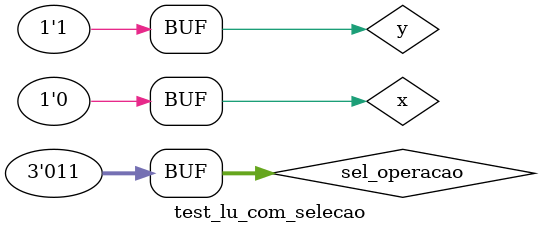
<source format=v>

module lu_com_selecao (
  output wire out,
  input wire a,
  input wire b,
  input wire[2:0] sel_operacao
);
  // Define fios locais
  wire not_result, and_result, nand_result, xor_result, xnor_result, or_result, nor_result;
  wire resultado_grupo;

  // Porta NOT
  not porta_NOT (
    not_result,
    a
  );

  // Porta AND
  and porta_AND (
    and_result,
    a,
    b
  );

  // Porta NAND
  nand porta_NAND (
    nand_result,
    a,
    b
  );

  // Porta XOR
  xor porta_XOR (
    xor_result,
    a,
    b
  );

  // Porta XNOR
  xnor porta_XNOR (
    xnor_result,
    a,
    b
  );

  // Porta OR
  or porta_OR (
    or_result,
    a,
    b
  );

  // Porta NOR
  nor porta_NOR (
    nor_result,
    a,
    b
  );

  // Seleciona o resultado do grupo
  always @* begin
    case(sel_operacao)
      3'b000: resultado_grupo = not_result;
      3'b001: resultado_grupo = and_result;
      3'b010: resultado_grupo = nand_result;
      3'b011: resultado_grupo = xor_result;
      3'b100: resultado_grupo = xnor_result;
      3'b101: resultado_grupo = or_result;
      3'b110: resultado_grupo = nor_result;
      default: resultado_grupo = 1'b0; // Valor padrão caso a seleção não seja reconhecida
    endcase
  end

  // Saída
  assign out = resultado_grupo;

endmodule // lu_com_selecao

// -------------------------
// test_lu_com_selecao
// -------------------------
module test_lu_com_selecao;
  // Define dados
  reg x;
  reg y;
  reg[2:0] sel_operacao;
  wire w;

  // Instancia o módulo LU
  lu_com_selecao lu_mod (
    w,
    x,
    y,
    sel_operacao
  );

  // Parte principal
  initial begin : main
    $display("Guia_0705 - Fábio Andrade - 808674");
    $display("Teste da Unidade Lógica com Seleção");
    $display(" x y sel_operacao out");
    x = 1'b0; y = 1'b1; sel_operacao = 3'b000;

    // Projeta testes para o módulo
    #1 $monitor("%4b %4b %b %4b", x, y, sel_operacao, w);
    #1 sel_operacao = 3'b011;
  end

endmodule // test_lu_com_selecao

</source>
